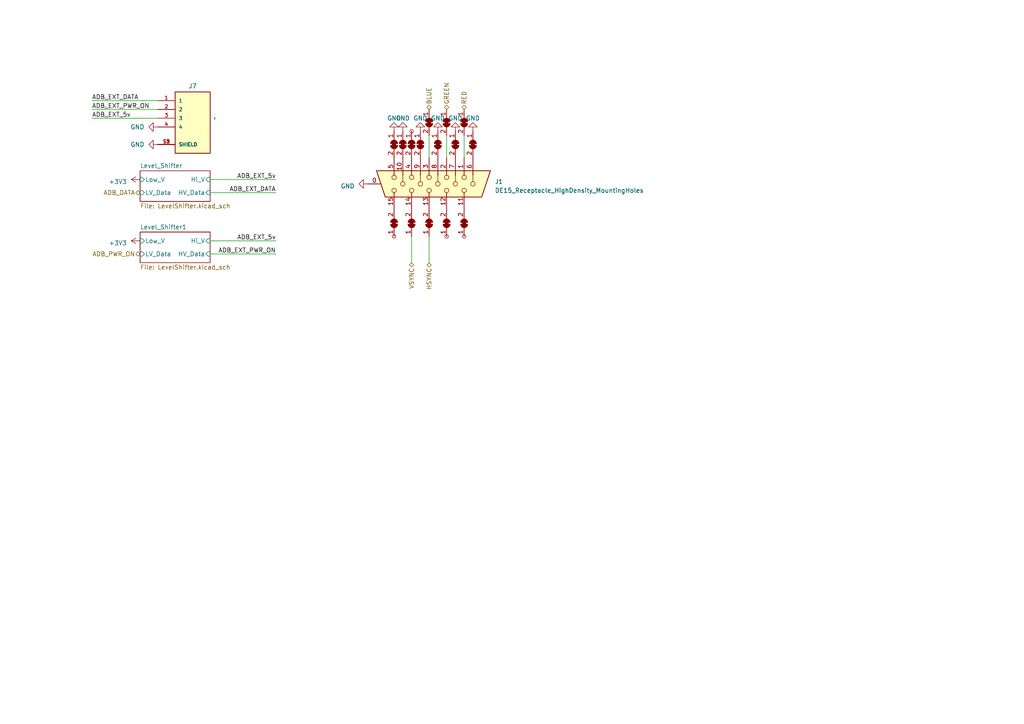
<source format=kicad_sch>
(kicad_sch (version 20230121) (generator eeschema)
  (paper "A4")
  (lib_symbols
    (symbol "Connector:DE15_Receptacle_HighDensity_MountingHoles" (pin_names (offset 1.016) hide)
      (property "Reference" "J" (at 0 21.59 0))
      (property "Value" "DE15_Receptacle_HighDensity_MountingHoles" (at 0 19.05 0))
      (symbol "DE15_Receptacle_HighDensity_MountingHoles_0_1"
        (circle (center -1.905 -10.16) (radius 0.635))
        (circle (center -1.905 -5.08) (radius 0.635))
        (circle (center -1.905 0) (radius 0.635))
        (circle (center -1.905 5.08) (radius 0.635))
        (circle (center -1.905 10.16) (radius 0.635))
        (circle (center 0 -7.62) (radius 0.635))
        (circle (center 0 -2.54) (radius 0.635))
        (polyline (pts (xy -3.175 7.62) (xy -0.635 7.62)))
        (polyline (pts (xy -0.635 -7.62) (xy -3.175 -7.62)))
        (polyline (pts (xy -0.635 -2.54) (xy -3.175 -2.54)))
        (polyline (pts (xy -0.635 2.54) (xy -3.175 2.54)))
        (polyline (pts (xy -0.635 12.7) (xy -3.175 12.7)))
        (polyline (pts (xy -3.81 17.78) (xy -3.81 -15.24) (xy 3.81 -12.7) (xy 3.81 15.24) (xy -3.81 17.78)) (stroke (width 0.254)) (fill (type background)))
        (circle (center 0 2.54) (radius 0.635))
        (circle (center 0 7.62) (radius 0.635))
        (circle (center 0 12.7) (radius 0.635))
        (circle (center 1.905 -10.16) (radius 0.635))
        (circle (center 1.905 -5.08) (radius 0.635))
        (circle (center 1.905 0) (radius 0.635))
        (circle (center 1.905 5.08) (radius 0.635))
        (circle (center 1.905 10.16) (radius 0.635))
      )
      (symbol "DE15_Receptacle_HighDensity_MountingHoles_1_1"
        (pin passive line (at 0 -17.78 90) (length 3.81) (name "~") (number "0"))
        (pin passive line (at -7.62 10.16 0) (length 5.08) (name "~") (number "1"))
        (pin passive line (at -7.62 -7.62 0) (length 5.08) (name "~") (number "10"))
        (pin passive line (at 7.62 10.16 180) (length 5.08) (name "~") (number "11"))
        (pin passive line (at 7.62 5.08 180) (length 5.08) (name "~") (number "12"))
        (pin passive line (at 7.62 0 180) (length 5.08) (name "~") (number "13"))
        (pin passive line (at 7.62 -5.08 180) (length 5.08) (name "~") (number "14"))
        (pin passive line (at 7.62 -10.16 180) (length 5.08) (name "~") (number "15"))
        (pin passive line (at -7.62 5.08 0) (length 5.08) (name "~") (number "2"))
        (pin passive line (at -7.62 0 0) (length 5.08) (name "~") (number "3"))
        (pin passive line (at -7.62 -5.08 0) (length 5.08) (name "~") (number "4"))
        (pin passive line (at -7.62 -10.16 0) (length 5.08) (name "~") (number "5"))
        (pin passive line (at -7.62 12.7 0) (length 5.08) (name "~") (number "6"))
        (pin passive line (at -7.62 7.62 0) (length 5.08) (name "~") (number "7"))
        (pin passive line (at -7.62 2.54 0) (length 5.08) (name "~") (number "8"))
        (pin passive line (at -7.62 -2.54 0) (length 5.08) (name "~") (number "9"))
      )
    )
    (symbol "Connector:TestPoint_Small" (pin_numbers hide) (pin_names (offset 0.762) hide)
      (property "Reference" "TP" (at 0 3.81 0))
      (property "Value" "TestPoint_Small" (at 0 2.032 0))
      (symbol "TestPoint_Small_0_1"
        (circle (center 0 0) (radius 0.508))
      )
      (symbol "TestPoint_Small_1_1"
        (pin passive line (at 0 0 90) (length 0) (name "1") (number "1"))
      )
    )
    (symbol "GND_1" (power) (pin_names (offset 0))
      (property "Value" "GND_1" (at 0 -3.81 0))
      (symbol "GND_1_0_1"
        (polyline (pts (xy 0 0) (xy 0 -1.27) (xy 1.27 -1.27) (xy 0 -2.54) (xy -1.27 -1.27) (xy 0 -1.27)))
      )
      (symbol "GND_1_1_1"
        (pin power_in line (at 0 0 270) (length 0) hide (name "GND") (number "1"))
      )
    )
    (symbol "Jumper:SolderJumper_2_Bridged" (pin_names (offset 0) hide)
      (property "Reference" "JP" (at 0 2.032 0))
      (property "Value" "SolderJumper_2_Bridged" (at 0 -2.54 0))
      (symbol "SolderJumper_2_Bridged_0_1"
        (rectangle (start -0.508 0.508) (end 0.508 -0.508) (fill (type outline)))
        (arc (start -0.254 1.016) (mid -1.2656 0) (end -0.254 -1.016))
        (arc (start -0.254 1.016) (mid -1.2656 0) (end -0.254 -1.016) (fill (type outline)))
        (polyline (pts (xy -0.254 1.016) (xy -0.254 -1.016)))
        (polyline (pts (xy 0.254 1.016) (xy 0.254 -1.016)))
        (arc (start 0.254 -1.016) (mid 1.2656 0) (end 0.254 1.016))
        (arc (start 0.254 -1.016) (mid 1.2656 0) (end 0.254 1.016) (fill (type outline)))
      )
      (symbol "SolderJumper_2_Bridged_1_1"
        (pin passive line (at -3.81 0 0) (length 2.54) (name "A") (number "1"))
        (pin passive line (at 3.81 0 180) (length 2.54) (name "B") (number "2"))
      )
    )
    (symbol "MD2-40ST-SMT:MD2-40ST-SMT" (pin_names (offset 1.016))
      (property "Reference" "J" (at -5.08 8.255 0))
      (property "Value" "MD2-40ST-SMT" (at -5.08 -12.7 0))
      (symbol "MD2-40ST-SMT_0_0"
        (rectangle (start -5.08 -10.16) (end 5.08 7.62) (stroke (width 0.254)) (fill (type background)))
        (pin passive line (at -10.16 5.08 0) (length 5.08) (name "1") (number "1"))
        (pin passive line (at -10.16 2.54 0) (length 5.08) (name "2") (number "2"))
        (pin passive line (at -10.16 0 0) (length 5.08) (name "3") (number "3"))
        (pin passive line (at -10.16 -2.54 0) (length 5.08) (name "4") (number "4"))
        (pin passive line (at -10.16 -7.62 0) (length 5.08) (name "SHIELD") (number "S1"))
        (pin passive line (at -10.16 -7.62 0) (length 5.08) (name "SHIELD") (number "S2"))
        (pin passive line (at -10.16 -7.62 0) (length 5.08) (name "SHIELD") (number "S3"))
      )
    )
    (symbol "power:+3V3" (power) (pin_names (offset 0))
      (property "Value" "+3V3" (at 0 3.556 0))
      (symbol "+3V3_0_1"
        (polyline (pts (xy -0.762 1.27) (xy 0 2.54)))
        (polyline (pts (xy 0 0) (xy 0 2.54)))
        (polyline (pts (xy 0 2.54) (xy 0.762 1.27)))
      )
      (symbol "+3V3_1_1"
        (pin power_in line (at 0 0 90) (length 0) hide (name "+3V3") (number "1"))
      )
    )
    (symbol "power:GND" (power) (pin_names (offset 0))
      (property "Value" "GND" (at 0 -3.81 0))
      (symbol "GND_0_1"
        (polyline (pts (xy 0 0) (xy 0 -1.27) (xy 1.27 -1.27) (xy 0 -2.54) (xy -1.27 -1.27) (xy 0 -1.27)))
      )
      (symbol "GND_1_1"
        (pin power_in line (at 0 0 270) (length 0) hide (name "GND") (number "1"))
      )
    )
  )
  (wire (pts (xy 80.01 52.07) (xy 60.96 52.07)))
  (wire (pts (xy 80.01 55.88) (xy 60.96 55.88)))
  (wire (pts (xy 26.67 29.21) (xy 45.72 29.21)))
  (wire (pts (xy 134.62 39.37) (xy 134.62 45.72)))
  (wire (pts (xy 129.54 39.37) (xy 129.54 45.72)))
  (wire (pts (xy 80.01 69.85) (xy 60.96 69.85)))
  (wire (pts (xy 119.38 76.2) (xy 119.38 68.58)))
  (wire (pts (xy 26.67 31.75) (xy 45.72 31.75)))
  (wire (pts (xy 124.46 76.2) (xy 124.46 68.58)))
  (wire (pts (xy 26.67 34.29) (xy 45.72 34.29)))
  (wire (pts (xy 124.46 39.37) (xy 124.46 45.72)))
  (wire (pts (xy 80.01 73.66) (xy 60.96 73.66)))
  (label "ADB_EXT_PWR_ON" (at 26.67 31.75 0))
  (label "ADB_EXT_5v" (at 80.01 52.07 180))
  (label "ADB_EXT_5v" (at 80.01 69.85 180))
  (label "ADB_EXT_5v" (at 26.67 34.29 0))
  (label "ADB_EXT_PWR_ON" (at 80.01 73.66 180))
  (label "ADB_EXT_DATA" (at 26.67 29.21 0))
  (label "ADB_EXT_DATA" (at 80.01 55.88 180))
  (hierarchical_label "RED" (shape bidirectional) (at 134.62 31.75 90))
  (hierarchical_label "VSYNC" (shape bidirectional) (at 119.38 76.2 270))
  (hierarchical_label "ADB_DATA" (shape bidirectional) (at 40.64 55.88 180))
  (hierarchical_label "GREEN" (shape bidirectional) (at 129.54 31.75 90))
  (hierarchical_label "BLUE" (shape bidirectional) (at 124.46 31.75 90))
  (hierarchical_label "ADB_PWR_ON" (shape bidirectional) (at 40.64 73.66 180))
  (hierarchical_label "HSYNC" (shape bidirectional) (at 124.46 76.2 270))
  (symbol (lib_id "Jumper:SolderJumper_2_Bridged") (at 129.54 35.56 270) (unit 1)
    (property "Reference" "JP10" (effects hide))
    (property "Value" "SolderJumper_2_Bridged" (effects hide))
    (property "Footprint" "Jumper:SolderJumper-2_P1.3mm_Bridged_RoundedPad1.0x1.5mm" (effects hide))
    (property "LCSC" "--" (effects hide))
    (instances (project "VintageKVM" (path "" (reference "JP10") (unit 1)) (path "" (reference "JP29") (unit 1)) (path "" (reference "JP48") (unit 1)) (path "" (reference "JP67") (unit 1)) (path "" (reference "JP86") (unit 1))))
  )
  (symbol (lib_id "Connector:TestPoint_Small") (at 129.54 68.58 0) (unit 1)
    (property "Reference" "TP6" (effects hide))
    (property "Value" "TestPoint_Small" (effects hide))
    (property "Footprint" "TestPoint:TestPoint_Pad_D1.0mm" (effects hide))
    (property "LCSC" "--" (effects hide))
    (instances (project "VintageKVM" (path "" (reference "TP6") (unit 1)) (path "" (reference "TP10") (unit 1)) (path "" (reference "TP14") (unit 1)) (path "" (reference "TP18") (unit 1)) (path "" (reference "TP22") (unit 1))))
  )
  (symbol (lib_id "Connector:TestPoint_Small") (at 119.38 38.1 0) (unit 1)
    (property "Reference" "TP5" (effects hide))
    (property "Value" "TestPoint_Small" (effects hide))
    (property "Footprint" "TestPoint:TestPoint_Pad_D1.0mm" (effects hide))
    (property "LCSC" "--" (effects hide))
    (instances (project "VintageKVM" (path "" (reference "TP5") (unit 1)) (path "" (reference "TP9") (unit 1)) (path "" (reference "TP13") (unit 1)) (path "" (reference "TP17") (unit 1)) (path "" (reference "TP21") (unit 1))))
  )
  (symbol (lib_id "Connector:DE15_Receptacle_HighDensity_MountingHoles") (at 124.46 53.34 270) (unit 1)
    (property "Reference" "J1" (at 143.51 52.705 90) (effects (justify left)))
    (property "Value" "DE15_Receptacle_HighDensity_MountingHoles" (at 143.51 55.245 90) (effects (justify left)))
    (property "Footprint" "Connector_Dsub:DSUB-15-HD_Female_Horizontal_P2.29x1.98mm_EdgePinOffset3.03mm_Housed_MountingHolesOffset4.94mm" (effects hide))
    (property "Datasheet" " ~" (effects hide))
    (instances (project "VintageKVM" (path "" (reference "J1") (unit 1)) (path "" (reference "J8") (unit 1)) (path "" (reference "J10") (unit 1)) (path "" (reference "J12") (unit 1)) (path "" (reference "J14") (unit 1)) (path "" (reference "J16") (unit 1))))
  )
  (symbol (lib_id "Connector:TestPoint_Small") (at 114.3 68.58 0) (unit 1)
    (property "Reference" "TP4" (effects hide))
    (property "Value" "TestPoint_Small" (effects hide))
    (property "Footprint" "TestPoint:TestPoint_Pad_D1.0mm" (effects hide))
    (property "LCSC" "--" (effects hide))
    (instances (project "VintageKVM" (path "" (reference "TP4") (unit 1)) (path "" (reference "TP8") (unit 1)) (path "" (reference "TP12") (unit 1)) (path "" (reference "TP16") (unit 1)) (path "" (reference "TP20") (unit 1))))
  )
  (symbol (lib_id "Jumper:SolderJumper_2_Bridged") (at 127 41.91 270) (unit 1)
    (property "Reference" "JP9" (effects hide))
    (property "Value" "SolderJumper_2_Bridged" (effects hide))
    (property "Footprint" "Jumper:SolderJumper-2_P1.3mm_Bridged_RoundedPad1.0x1.5mm" (effects hide))
    (property "LCSC" "--" (effects hide))
    (instances (project "VintageKVM" (path "" (reference "JP9") (unit 1)) (path "" (reference "JP28") (unit 1)) (path "" (reference "JP47") (unit 1)) (path "" (reference "JP66") (unit 1)) (path "" (reference "JP85") (unit 1))))
  )
  (symbol (lib_id "Jumper:SolderJumper_2_Bridged") (at 134.62 35.56 270) (unit 1)
    (property "Reference" "JP13" (effects hide))
    (property "Value" "SolderJumper_2_Bridged" (effects hide))
    (property "Footprint" "Jumper:SolderJumper-2_P1.3mm_Bridged_RoundedPad1.0x1.5mm" (effects hide))
    (property "LCSC" "--" (effects hide))
    (instances (project "VintageKVM" (path "" (reference "JP13") (unit 1)) (path "" (reference "JP32") (unit 1)) (path "" (reference "JP51") (unit 1)) (path "" (reference "JP70") (unit 1)) (path "" (reference "JP89") (unit 1))))
  )
  (symbol (lib_name "GND_1") (lib_id "power:GND") (at 121.92 38.1 180) (unit 1)
    (property "Reference" "#PWR051" (effects hide))
    (property "Value" "GND" (at 121.92 34.29 0))
    (instances (project "VintageKVM" (path "" (reference "#PWR051") (unit 1)) (path "" (reference "#PWR062") (unit 1)) (path "" (reference "#PWR073") (unit 1)) (path "" (reference "#PWR084") (unit 1)) (path "" (reference "#PWR095") (unit 1))))
  )
  (symbol (lib_id "Jumper:SolderJumper_2_Bridged") (at 124.46 64.77 90) (unit 1)
    (property "Reference" "JP8" (effects hide))
    (property "Value" "SolderJumper_2_Bridged" (effects hide))
    (property "Footprint" "Jumper:SolderJumper-2_P1.3mm_Bridged_RoundedPad1.0x1.5mm" (effects hide))
    (property "LCSC" "--" (effects hide))
    (instances (project "VintageKVM" (path "" (reference "JP8") (unit 1)) (path "" (reference "JP27") (unit 1)) (path "" (reference "JP46") (unit 1)) (path "" (reference "JP65") (unit 1)) (path "" (reference "JP84") (unit 1))))
  )
  (symbol (lib_name "GND_1") (lib_id "power:GND") (at 116.84 38.1 180) (unit 1)
    (property "Reference" "#PWR050" (effects hide))
    (property "Value" "GND" (at 116.84 34.29 0))
    (instances (project "VintageKVM" (path "" (reference "#PWR050") (unit 1)) (path "" (reference "#PWR061") (unit 1)) (path "" (reference "#PWR072") (unit 1)) (path "" (reference "#PWR083") (unit 1)) (path "" (reference "#PWR094") (unit 1))))
  )
  (symbol (lib_id "MD2-40ST-SMT:MD2-40ST-SMT") (at 55.88 34.29 0) (unit 1)
    (property "Reference" "J7" (at 55.88 24.9682 0))
    (property "Value" "~" (at 62.23 34.29 90))
    (property "Footprint" "libraries:CUI_MD2-40ST-SMT" (effects hide))
    (property "Datasheet" "http://service.powerdynamics.com/ec/Catalog17/Section%2011.pdf" (effects hide))
    (instances (project "VintageKVM" (path "" (reference "J7") (unit 1)) (path "" (reference "J7") (unit 1)) (path "" (reference "J9") (unit 1)) (path "" (reference "J11") (unit 1)) (path "" (reference "J13") (unit 1)) (path "" (reference "J15") (unit 1))))
  )
  (symbol (lib_name "GND_1") (lib_id "power:GND") (at 132.08 38.1 180) (unit 1)
    (property "Reference" "#PWR053" (effects hide))
    (property "Value" "GND" (at 132.08 34.29 0))
    (instances (project "VintageKVM" (path "" (reference "#PWR053") (unit 1)) (path "" (reference "#PWR064") (unit 1)) (path "" (reference "#PWR075") (unit 1)) (path "" (reference "#PWR086") (unit 1)) (path "" (reference "#PWR097") (unit 1))))
  )
  (symbol (lib_id "Jumper:SolderJumper_2_Bridged") (at 124.46 35.56 270) (unit 1)
    (property "Reference" "JP7" (effects hide))
    (property "Value" "SolderJumper_2_Bridged" (effects hide))
    (property "Footprint" "Jumper:SolderJumper-2_P1.3mm_Bridged_RoundedPad1.0x1.5mm" (effects hide))
    (property "LCSC" "--" (effects hide))
    (instances (project "VintageKVM" (path "" (reference "JP7") (unit 1)) (path "" (reference "JP26") (unit 1)) (path "" (reference "JP45") (unit 1)) (path "" (reference "JP64") (unit 1)) (path "" (reference "JP83") (unit 1))))
  )
  (symbol (lib_id "Jumper:SolderJumper_2_Bridged") (at 132.08 41.91 270) (unit 1)
    (property "Reference" "JP12" (effects hide))
    (property "Value" "SolderJumper_2_Bridged" (effects hide))
    (property "Footprint" "Jumper:SolderJumper-2_P1.3mm_Bridged_RoundedPad1.0x1.5mm" (effects hide))
    (property "LCSC" "--" (effects hide))
    (instances (project "VintageKVM" (path "" (reference "JP12") (unit 1)) (path "" (reference "JP31") (unit 1)) (path "" (reference "JP50") (unit 1)) (path "" (reference "JP69") (unit 1)) (path "" (reference "JP88") (unit 1))))
  )
  (symbol (lib_id "Jumper:SolderJumper_2_Bridged") (at 114.3 41.91 270) (unit 1)
    (property "Reference" "JP1" (effects hide))
    (property "Value" "SolderJumper_2_Bridged" (effects hide))
    (property "Footprint" "Jumper:SolderJumper-2_P1.3mm_Bridged_RoundedPad1.0x1.5mm" (effects hide))
    (property "LCSC" "--" (effects hide))
    (instances (project "VintageKVM" (path "" (reference "JP1") (unit 1)) (path "" (reference "JP20") (unit 1)) (path "" (reference "JP39") (unit 1)) (path "" (reference "JP58") (unit 1)) (path "" (reference "JP77") (unit 1))))
  )
  (symbol (lib_name "GND_1") (lib_id "power:GND") (at 137.16 38.1 180) (unit 1)
    (property "Reference" "#PWR054" (effects hide))
    (property "Value" "GND" (at 137.16 34.29 0))
    (instances (project "VintageKVM" (path "" (reference "#PWR054") (unit 1)) (path "" (reference "#PWR065") (unit 1)) (path "" (reference "#PWR076") (unit 1)) (path "" (reference "#PWR087") (unit 1)) (path "" (reference "#PWR098") (unit 1))))
  )
  (symbol (lib_id "Jumper:SolderJumper_2_Bridged") (at 121.92 41.91 270) (unit 1)
    (property "Reference" "JP6" (effects hide))
    (property "Value" "SolderJumper_2_Bridged" (effects hide))
    (property "Footprint" "Jumper:SolderJumper-2_P1.3mm_Bridged_RoundedPad1.0x1.5mm" (effects hide))
    (property "LCSC" "--" (effects hide))
    (instances (project "VintageKVM" (path "" (reference "JP6") (unit 1)) (path "" (reference "JP25") (unit 1)) (path "" (reference "JP44") (unit 1)) (path "" (reference "JP63") (unit 1)) (path "" (reference "JP82") (unit 1))))
  )
  (symbol (lib_id "power:+3V3") (at 40.64 69.85 90) (unit 1)
    (property "Reference" "#PWR045" (effects hide))
    (property "Value" "+3V3" (at 36.83 70.485 90) (effects (justify left)))
    (instances (project "VintageKVM" (path "" (reference "#PWR045") (unit 1)) (path "" (reference "#PWR056") (unit 1)) (path "" (reference "#PWR067") (unit 1)) (path "" (reference "#PWR078") (unit 1)) (path "" (reference "#PWR089") (unit 1))))
  )
  (symbol (lib_id "power:+3V3") (at 40.64 52.07 90) (unit 1)
    (property "Reference" "#PWR044" (effects hide))
    (property "Value" "+3V3" (at 36.83 52.705 90) (effects (justify left)))
    (instances (project "VintageKVM" (path "" (reference "#PWR044") (unit 1)) (path "" (reference "#PWR055") (unit 1)) (path "" (reference "#PWR066") (unit 1)) (path "" (reference "#PWR077") (unit 1)) (path "" (reference "#PWR088") (unit 1))))
  )
  (symbol (lib_id "Jumper:SolderJumper_2_Bridged") (at 119.38 41.91 270) (unit 1)
    (property "Reference" "JP4" (effects hide))
    (property "Value" "SolderJumper_2_Bridged" (effects hide))
    (property "Footprint" "Jumper:SolderJumper-2_P1.3mm_Bridged_RoundedPad1.0x1.5mm" (effects hide))
    (property "LCSC" "--" (effects hide))
    (instances (project "VintageKVM" (path "" (reference "JP4") (unit 1)) (path "" (reference "JP23") (unit 1)) (path "" (reference "JP42") (unit 1)) (path "" (reference "JP61") (unit 1)) (path "" (reference "JP80") (unit 1))))
  )
  (symbol (lib_id "Jumper:SolderJumper_2_Bridged") (at 137.16 41.91 270) (unit 1)
    (property "Reference" "JP15" (effects hide))
    (property "Value" "SolderJumper_2_Bridged" (effects hide))
    (property "Footprint" "Jumper:SolderJumper-2_P1.3mm_Bridged_RoundedPad1.0x1.5mm" (effects hide))
    (property "LCSC" "--" (effects hide))
    (instances (project "VintageKVM" (path "" (reference "JP15") (unit 1)) (path "" (reference "JP34") (unit 1)) (path "" (reference "JP53") (unit 1)) (path "" (reference "JP72") (unit 1)) (path "" (reference "JP91") (unit 1))))
  )
  (symbol (lib_id "Jumper:SolderJumper_2_Bridged") (at 134.62 64.77 90) (unit 1)
    (property "Reference" "JP14" (effects hide))
    (property "Value" "SolderJumper_2_Bridged" (effects hide))
    (property "Footprint" "Jumper:SolderJumper-2_P1.3mm_Bridged_RoundedPad1.0x1.5mm" (effects hide))
    (property "LCSC" "--" (effects hide))
    (instances (project "VintageKVM" (path "" (reference "JP14") (unit 1)) (path "" (reference "JP33") (unit 1)) (path "" (reference "JP52") (unit 1)) (path "" (reference "JP71") (unit 1)) (path "" (reference "JP90") (unit 1))))
  )
  (symbol (lib_id "Jumper:SolderJumper_2_Bridged") (at 119.38 64.77 90) (unit 1)
    (property "Reference" "JP5" (effects hide))
    (property "Value" "SolderJumper_2_Bridged" (effects hide))
    (property "Footprint" "Jumper:SolderJumper-2_P1.3mm_Bridged_RoundedPad1.0x1.5mm" (effects hide))
    (property "LCSC" "--" (effects hide))
    (instances (project "VintageKVM" (path "" (reference "JP5") (unit 1)) (path "" (reference "JP24") (unit 1)) (path "" (reference "JP43") (unit 1)) (path "" (reference "JP62") (unit 1)) (path "" (reference "JP81") (unit 1))))
  )
  (symbol (lib_name "GND_1") (lib_id "power:GND") (at 106.68 53.34 270) (unit 1)
    (property "Reference" "#PWR048" (effects hide))
    (property "Value" "GND" (at 102.87 53.975 90) (effects (justify right)))
    (instances (project "VintageKVM" (path "" (reference "#PWR048") (unit 1)) (path "" (reference "#PWR059") (unit 1)) (path "" (reference "#PWR070") (unit 1)) (path "" (reference "#PWR081") (unit 1)) (path "" (reference "#PWR092") (unit 1))))
  )
  (symbol (lib_id "Connector:TestPoint_Small") (at 134.62 68.58 0) (unit 1)
    (property "Reference" "TP7" (effects hide))
    (property "Value" "TestPoint_Small" (effects hide))
    (property "Footprint" "TestPoint:TestPoint_Pad_D1.0mm" (effects hide))
    (property "LCSC" "--" (effects hide))
    (instances (project "VintageKVM" (path "" (reference "TP7") (unit 1)) (path "" (reference "TP11") (unit 1)) (path "" (reference "TP15") (unit 1)) (path "" (reference "TP19") (unit 1)) (path "" (reference "TP23") (unit 1))))
  )
  (symbol (lib_id "Jumper:SolderJumper_2_Bridged") (at 114.3 64.77 90) (unit 1)
    (property "Reference" "JP2" (effects hide))
    (property "Value" "SolderJumper_2_Bridged" (effects hide))
    (property "Footprint" "Jumper:SolderJumper-2_P1.3mm_Bridged_RoundedPad1.0x1.5mm" (effects hide))
    (property "LCSC" "--" (effects hide))
    (instances (project "VintageKVM" (path "" (reference "JP2") (unit 1)) (path "" (reference "JP21") (unit 1)) (path "" (reference "JP40") (unit 1)) (path "" (reference "JP59") (unit 1)) (path "" (reference "JP78") (unit 1))))
  )
  (symbol (lib_id "power:GND") (at 45.72 41.91 270) (unit 1)
    (property "Reference" "#PWR02" (effects hide))
    (property "Value" "~" (at 41.91 41.91 90) (effects (justify right)))
    (instances (project "VintageKVM" (path "" (reference "#PWR02") (unit 1)) (path "" (reference "#PWR047") (unit 1)) (path "" (reference "#PWR058") (unit 1)) (path "" (reference "#PWR069") (unit 1)) (path "" (reference "#PWR080") (unit 1)) (path "" (reference "#PWR091") (unit 1))))
  )
  (symbol (lib_id "power:GND") (at 45.72 36.83 270) (unit 1)
    (property "Reference" "#PWR01" (effects hide))
    (property "Value" "~" (at 41.91 36.83 90) (effects (justify right)))
    (instances (project "VintageKVM" (path "" (reference "#PWR01") (unit 1)) (path "" (reference "#PWR046") (unit 1)) (path "" (reference "#PWR057") (unit 1)) (path "" (reference "#PWR068") (unit 1)) (path "" (reference "#PWR079") (unit 1)) (path "" (reference "#PWR090") (unit 1))))
  )
  (symbol (lib_name "GND_1") (lib_id "power:GND") (at 114.3 38.1 180) (unit 1)
    (property "Reference" "#PWR049" (effects hide))
    (property "Value" "GND" (at 114.3 34.29 0))
    (instances (project "VintageKVM" (path "" (reference "#PWR049") (unit 1)) (path "" (reference "#PWR060") (unit 1)) (path "" (reference "#PWR071") (unit 1)) (path "" (reference "#PWR082") (unit 1)) (path "" (reference "#PWR093") (unit 1))))
  )
  (symbol (lib_id "Jumper:SolderJumper_2_Bridged") (at 129.54 64.77 90) (unit 1)
    (property "Reference" "JP11" (effects hide))
    (property "Value" "SolderJumper_2_Bridged" (effects hide))
    (property "Footprint" "Jumper:SolderJumper-2_P1.3mm_Bridged_RoundedPad1.0x1.5mm" (effects hide))
    (property "LCSC" "--" (effects hide))
    (instances (project "VintageKVM" (path "" (reference "JP11") (unit 1)) (path "" (reference "JP30") (unit 1)) (path "" (reference "JP49") (unit 1)) (path "" (reference "JP68") (unit 1)) (path "" (reference "JP87") (unit 1))))
  )
  (symbol (lib_id "Jumper:SolderJumper_2_Bridged") (at 116.84 41.91 270) (unit 1)
    (property "Reference" "JP3" (effects hide))
    (property "Value" "SolderJumper_2_Bridged" (effects hide))
    (property "Footprint" "Jumper:SolderJumper-2_P1.3mm_Bridged_RoundedPad1.0x1.5mm" (effects hide))
    (property "LCSC" "--" (effects hide))
    (instances (project "VintageKVM" (path "" (reference "JP3") (unit 1)) (path "" (reference "JP22") (unit 1)) (path "" (reference "JP41") (unit 1)) (path "" (reference "JP60") (unit 1)) (path "" (reference "JP79") (unit 1))))
  )
  (symbol (lib_name "GND_1") (lib_id "power:GND") (at 127 38.1 180) (unit 1)
    (property "Reference" "#PWR052" (effects hide))
    (property "Value" "GND" (at 127 34.29 0))
    (instances (project "VintageKVM" (path "" (reference "#PWR052") (unit 1)) (path "" (reference "#PWR063") (unit 1)) (path "" (reference "#PWR074") (unit 1)) (path "" (reference "#PWR085") (unit 1)) (path "" (reference "#PWR096") (unit 1))))
  )
  (sheet (at 40.64 49.53) (size 20.32 8.89) (stroke (width 0.1524))
    (property "Sheetname" "Level_Shifter" (at 40.64 48.8184 0) (effects (justify left bottom)))
    (property "Sheetfile" "LevelShifter.kicad_sch" (at 40.64 59.0046 0) (effects (justify left top)))
    (pin "Low_V" input (at 40.64 52.07 180))
    (pin "LV_Data" input (at 40.64 55.88 180))
    (pin "Hi_V" input (at 60.96 52.07 0))
    (pin "HV_Data" input (at 60.96 55.88 0))
  )
  (sheet (at 40.64 67.31) (size 20.32 8.89) (stroke (width 0.1524))
    (property "Sheetname" "Level_Shifter1" (at 40.64 66.5984 0) (effects (justify left bottom)))
    (property "Sheetfile" "LevelShifter.kicad_sch" (at 40.64 76.7846 0) (effects (justify left top)))
    (pin "Low_V" input (at 40.64 69.85 180))
    (pin "LV_Data" input (at 40.64 73.66 180))
    (pin "Hi_V" input (at 60.96 69.85 0))
    (pin "HV_Data" input (at 60.96 73.66 0))
  )
)
</source>
